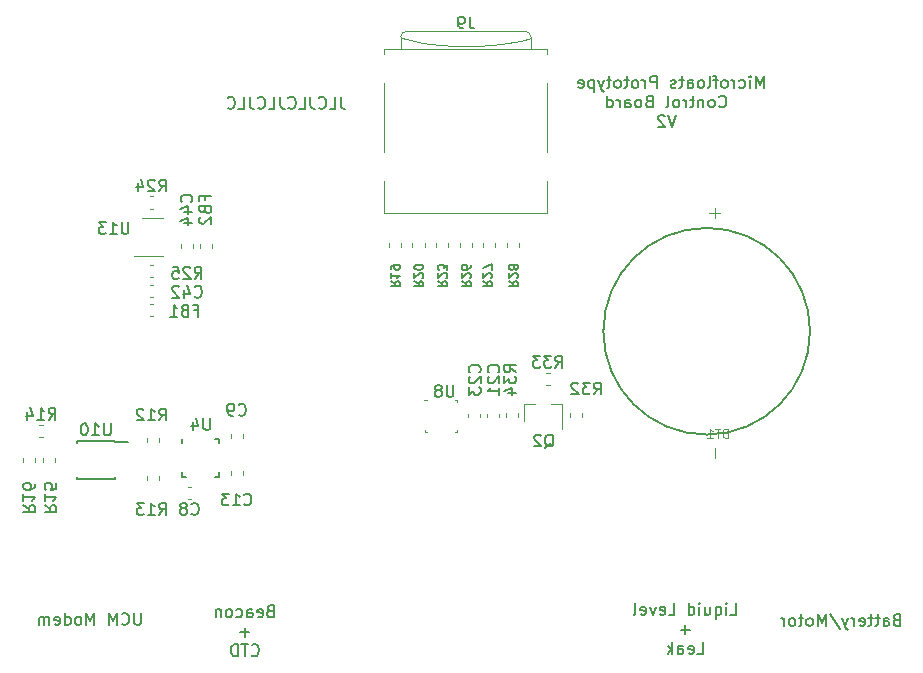
<source format=gbr>
%TF.GenerationSoftware,KiCad,Pcbnew,(5.1.10)-1*%
%TF.CreationDate,2021-07-09T14:19:08-04:00*%
%TF.ProjectId,ControlBoard,436f6e74-726f-46c4-926f-6172642e6b69,rev?*%
%TF.SameCoordinates,Original*%
%TF.FileFunction,Legend,Bot*%
%TF.FilePolarity,Positive*%
%FSLAX46Y46*%
G04 Gerber Fmt 4.6, Leading zero omitted, Abs format (unit mm)*
G04 Created by KiCad (PCBNEW (5.1.10)-1) date 2021-07-09 14:19:08*
%MOMM*%
%LPD*%
G01*
G04 APERTURE LIST*
%ADD10C,0.150000*%
%ADD11C,0.127000*%
%ADD12C,0.120000*%
%ADD13C,0.100000*%
%ADD14C,0.076000*%
%ADD15C,0.101600*%
G04 APERTURE END LIST*
D10*
X122509523Y-113952380D02*
X122509523Y-114761904D01*
X122461904Y-114857142D01*
X122414285Y-114904761D01*
X122319047Y-114952380D01*
X122128571Y-114952380D01*
X122033333Y-114904761D01*
X121985714Y-114857142D01*
X121938095Y-114761904D01*
X121938095Y-113952380D01*
X120890476Y-114857142D02*
X120938095Y-114904761D01*
X121080952Y-114952380D01*
X121176190Y-114952380D01*
X121319047Y-114904761D01*
X121414285Y-114809523D01*
X121461904Y-114714285D01*
X121509523Y-114523809D01*
X121509523Y-114380952D01*
X121461904Y-114190476D01*
X121414285Y-114095238D01*
X121319047Y-114000000D01*
X121176190Y-113952380D01*
X121080952Y-113952380D01*
X120938095Y-114000000D01*
X120890476Y-114047619D01*
X120461904Y-114952380D02*
X120461904Y-113952380D01*
X120128571Y-114666666D01*
X119795238Y-113952380D01*
X119795238Y-114952380D01*
X118557142Y-114952380D02*
X118557142Y-113952380D01*
X118223809Y-114666666D01*
X117890476Y-113952380D01*
X117890476Y-114952380D01*
X117271428Y-114952380D02*
X117366666Y-114904761D01*
X117414285Y-114857142D01*
X117461904Y-114761904D01*
X117461904Y-114476190D01*
X117414285Y-114380952D01*
X117366666Y-114333333D01*
X117271428Y-114285714D01*
X117128571Y-114285714D01*
X117033333Y-114333333D01*
X116985714Y-114380952D01*
X116938095Y-114476190D01*
X116938095Y-114761904D01*
X116985714Y-114857142D01*
X117033333Y-114904761D01*
X117128571Y-114952380D01*
X117271428Y-114952380D01*
X116080952Y-114952380D02*
X116080952Y-113952380D01*
X116080952Y-114904761D02*
X116176190Y-114952380D01*
X116366666Y-114952380D01*
X116461904Y-114904761D01*
X116509523Y-114857142D01*
X116557142Y-114761904D01*
X116557142Y-114476190D01*
X116509523Y-114380952D01*
X116461904Y-114333333D01*
X116366666Y-114285714D01*
X116176190Y-114285714D01*
X116080952Y-114333333D01*
X115223809Y-114904761D02*
X115319047Y-114952380D01*
X115509523Y-114952380D01*
X115604761Y-114904761D01*
X115652380Y-114809523D01*
X115652380Y-114428571D01*
X115604761Y-114333333D01*
X115509523Y-114285714D01*
X115319047Y-114285714D01*
X115223809Y-114333333D01*
X115176190Y-114428571D01*
X115176190Y-114523809D01*
X115652380Y-114619047D01*
X114747619Y-114952380D02*
X114747619Y-114285714D01*
X114747619Y-114380952D02*
X114700000Y-114333333D01*
X114604761Y-114285714D01*
X114461904Y-114285714D01*
X114366666Y-114333333D01*
X114319047Y-114428571D01*
X114319047Y-114952380D01*
X114319047Y-114428571D02*
X114271428Y-114333333D01*
X114176190Y-114285714D01*
X114033333Y-114285714D01*
X113938095Y-114333333D01*
X113890476Y-114428571D01*
X113890476Y-114952380D01*
X133442857Y-113778571D02*
X133300000Y-113826190D01*
X133252380Y-113873809D01*
X133204761Y-113969047D01*
X133204761Y-114111904D01*
X133252380Y-114207142D01*
X133300000Y-114254761D01*
X133395238Y-114302380D01*
X133776190Y-114302380D01*
X133776190Y-113302380D01*
X133442857Y-113302380D01*
X133347619Y-113350000D01*
X133300000Y-113397619D01*
X133252380Y-113492857D01*
X133252380Y-113588095D01*
X133300000Y-113683333D01*
X133347619Y-113730952D01*
X133442857Y-113778571D01*
X133776190Y-113778571D01*
X132395238Y-114254761D02*
X132490476Y-114302380D01*
X132680952Y-114302380D01*
X132776190Y-114254761D01*
X132823809Y-114159523D01*
X132823809Y-113778571D01*
X132776190Y-113683333D01*
X132680952Y-113635714D01*
X132490476Y-113635714D01*
X132395238Y-113683333D01*
X132347619Y-113778571D01*
X132347619Y-113873809D01*
X132823809Y-113969047D01*
X131490476Y-114302380D02*
X131490476Y-113778571D01*
X131538095Y-113683333D01*
X131633333Y-113635714D01*
X131823809Y-113635714D01*
X131919047Y-113683333D01*
X131490476Y-114254761D02*
X131585714Y-114302380D01*
X131823809Y-114302380D01*
X131919047Y-114254761D01*
X131966666Y-114159523D01*
X131966666Y-114064285D01*
X131919047Y-113969047D01*
X131823809Y-113921428D01*
X131585714Y-113921428D01*
X131490476Y-113873809D01*
X130585714Y-114254761D02*
X130680952Y-114302380D01*
X130871428Y-114302380D01*
X130966666Y-114254761D01*
X131014285Y-114207142D01*
X131061904Y-114111904D01*
X131061904Y-113826190D01*
X131014285Y-113730952D01*
X130966666Y-113683333D01*
X130871428Y-113635714D01*
X130680952Y-113635714D01*
X130585714Y-113683333D01*
X130014285Y-114302380D02*
X130109523Y-114254761D01*
X130157142Y-114207142D01*
X130204761Y-114111904D01*
X130204761Y-113826190D01*
X130157142Y-113730952D01*
X130109523Y-113683333D01*
X130014285Y-113635714D01*
X129871428Y-113635714D01*
X129776190Y-113683333D01*
X129728571Y-113730952D01*
X129680952Y-113826190D01*
X129680952Y-114111904D01*
X129728571Y-114207142D01*
X129776190Y-114254761D01*
X129871428Y-114302380D01*
X130014285Y-114302380D01*
X129252380Y-113635714D02*
X129252380Y-114302380D01*
X129252380Y-113730952D02*
X129204761Y-113683333D01*
X129109523Y-113635714D01*
X128966666Y-113635714D01*
X128871428Y-113683333D01*
X128823809Y-113778571D01*
X128823809Y-114302380D01*
X131680952Y-115571428D02*
X130919047Y-115571428D01*
X131300000Y-115952380D02*
X131300000Y-115190476D01*
X131871428Y-117507142D02*
X131919047Y-117554761D01*
X132061904Y-117602380D01*
X132157142Y-117602380D01*
X132300000Y-117554761D01*
X132395238Y-117459523D01*
X132442857Y-117364285D01*
X132490476Y-117173809D01*
X132490476Y-117030952D01*
X132442857Y-116840476D01*
X132395238Y-116745238D01*
X132300000Y-116650000D01*
X132157142Y-116602380D01*
X132061904Y-116602380D01*
X131919047Y-116650000D01*
X131871428Y-116697619D01*
X131585714Y-116602380D02*
X131014285Y-116602380D01*
X131300000Y-117602380D02*
X131300000Y-116602380D01*
X130680952Y-117602380D02*
X130680952Y-116602380D01*
X130442857Y-116602380D01*
X130300000Y-116650000D01*
X130204761Y-116745238D01*
X130157142Y-116840476D01*
X130109523Y-117030952D01*
X130109523Y-117173809D01*
X130157142Y-117364285D01*
X130204761Y-117459523D01*
X130300000Y-117554761D01*
X130442857Y-117602380D01*
X130680952Y-117602380D01*
X172409523Y-114102380D02*
X172885714Y-114102380D01*
X172885714Y-113102380D01*
X172076190Y-114102380D02*
X172076190Y-113435714D01*
X172076190Y-113102380D02*
X172123809Y-113150000D01*
X172076190Y-113197619D01*
X172028571Y-113150000D01*
X172076190Y-113102380D01*
X172076190Y-113197619D01*
X171171428Y-113435714D02*
X171171428Y-114435714D01*
X171171428Y-114054761D02*
X171266666Y-114102380D01*
X171457142Y-114102380D01*
X171552380Y-114054761D01*
X171600000Y-114007142D01*
X171647619Y-113911904D01*
X171647619Y-113626190D01*
X171600000Y-113530952D01*
X171552380Y-113483333D01*
X171457142Y-113435714D01*
X171266666Y-113435714D01*
X171171428Y-113483333D01*
X170266666Y-113435714D02*
X170266666Y-114102380D01*
X170695238Y-113435714D02*
X170695238Y-113959523D01*
X170647619Y-114054761D01*
X170552380Y-114102380D01*
X170409523Y-114102380D01*
X170314285Y-114054761D01*
X170266666Y-114007142D01*
X169790476Y-114102380D02*
X169790476Y-113435714D01*
X169790476Y-113102380D02*
X169838095Y-113150000D01*
X169790476Y-113197619D01*
X169742857Y-113150000D01*
X169790476Y-113102380D01*
X169790476Y-113197619D01*
X168885714Y-114102380D02*
X168885714Y-113102380D01*
X168885714Y-114054761D02*
X168980952Y-114102380D01*
X169171428Y-114102380D01*
X169266666Y-114054761D01*
X169314285Y-114007142D01*
X169361904Y-113911904D01*
X169361904Y-113626190D01*
X169314285Y-113530952D01*
X169266666Y-113483333D01*
X169171428Y-113435714D01*
X168980952Y-113435714D01*
X168885714Y-113483333D01*
X167171428Y-114102380D02*
X167647619Y-114102380D01*
X167647619Y-113102380D01*
X166457142Y-114054761D02*
X166552380Y-114102380D01*
X166742857Y-114102380D01*
X166838095Y-114054761D01*
X166885714Y-113959523D01*
X166885714Y-113578571D01*
X166838095Y-113483333D01*
X166742857Y-113435714D01*
X166552380Y-113435714D01*
X166457142Y-113483333D01*
X166409523Y-113578571D01*
X166409523Y-113673809D01*
X166885714Y-113769047D01*
X166076190Y-113435714D02*
X165838095Y-114102380D01*
X165600000Y-113435714D01*
X164838095Y-114054761D02*
X164933333Y-114102380D01*
X165123809Y-114102380D01*
X165219047Y-114054761D01*
X165266666Y-113959523D01*
X165266666Y-113578571D01*
X165219047Y-113483333D01*
X165123809Y-113435714D01*
X164933333Y-113435714D01*
X164838095Y-113483333D01*
X164790476Y-113578571D01*
X164790476Y-113673809D01*
X165266666Y-113769047D01*
X164219047Y-114102380D02*
X164314285Y-114054761D01*
X164361904Y-113959523D01*
X164361904Y-113102380D01*
X168980952Y-115371428D02*
X168219047Y-115371428D01*
X168600000Y-115752380D02*
X168600000Y-114990476D01*
X169576190Y-117402380D02*
X170052380Y-117402380D01*
X170052380Y-116402380D01*
X168861904Y-117354761D02*
X168957142Y-117402380D01*
X169147619Y-117402380D01*
X169242857Y-117354761D01*
X169290476Y-117259523D01*
X169290476Y-116878571D01*
X169242857Y-116783333D01*
X169147619Y-116735714D01*
X168957142Y-116735714D01*
X168861904Y-116783333D01*
X168814285Y-116878571D01*
X168814285Y-116973809D01*
X169290476Y-117069047D01*
X167957142Y-117402380D02*
X167957142Y-116878571D01*
X168004761Y-116783333D01*
X168100000Y-116735714D01*
X168290476Y-116735714D01*
X168385714Y-116783333D01*
X167957142Y-117354761D02*
X168052380Y-117402380D01*
X168290476Y-117402380D01*
X168385714Y-117354761D01*
X168433333Y-117259523D01*
X168433333Y-117164285D01*
X168385714Y-117069047D01*
X168290476Y-117021428D01*
X168052380Y-117021428D01*
X167957142Y-116973809D01*
X167480952Y-117402380D02*
X167480952Y-116402380D01*
X167385714Y-117021428D02*
X167100000Y-117402380D01*
X167100000Y-116735714D02*
X167480952Y-117116666D01*
X186466666Y-114528571D02*
X186323809Y-114576190D01*
X186276190Y-114623809D01*
X186228571Y-114719047D01*
X186228571Y-114861904D01*
X186276190Y-114957142D01*
X186323809Y-115004761D01*
X186419047Y-115052380D01*
X186800000Y-115052380D01*
X186800000Y-114052380D01*
X186466666Y-114052380D01*
X186371428Y-114100000D01*
X186323809Y-114147619D01*
X186276190Y-114242857D01*
X186276190Y-114338095D01*
X186323809Y-114433333D01*
X186371428Y-114480952D01*
X186466666Y-114528571D01*
X186800000Y-114528571D01*
X185371428Y-115052380D02*
X185371428Y-114528571D01*
X185419047Y-114433333D01*
X185514285Y-114385714D01*
X185704761Y-114385714D01*
X185800000Y-114433333D01*
X185371428Y-115004761D02*
X185466666Y-115052380D01*
X185704761Y-115052380D01*
X185800000Y-115004761D01*
X185847619Y-114909523D01*
X185847619Y-114814285D01*
X185800000Y-114719047D01*
X185704761Y-114671428D01*
X185466666Y-114671428D01*
X185371428Y-114623809D01*
X185038095Y-114385714D02*
X184657142Y-114385714D01*
X184895238Y-114052380D02*
X184895238Y-114909523D01*
X184847619Y-115004761D01*
X184752380Y-115052380D01*
X184657142Y-115052380D01*
X184466666Y-114385714D02*
X184085714Y-114385714D01*
X184323809Y-114052380D02*
X184323809Y-114909523D01*
X184276190Y-115004761D01*
X184180952Y-115052380D01*
X184085714Y-115052380D01*
X183371428Y-115004761D02*
X183466666Y-115052380D01*
X183657142Y-115052380D01*
X183752380Y-115004761D01*
X183800000Y-114909523D01*
X183800000Y-114528571D01*
X183752380Y-114433333D01*
X183657142Y-114385714D01*
X183466666Y-114385714D01*
X183371428Y-114433333D01*
X183323809Y-114528571D01*
X183323809Y-114623809D01*
X183800000Y-114719047D01*
X182895238Y-115052380D02*
X182895238Y-114385714D01*
X182895238Y-114576190D02*
X182847619Y-114480952D01*
X182800000Y-114433333D01*
X182704761Y-114385714D01*
X182609523Y-114385714D01*
X182371428Y-114385714D02*
X182133333Y-115052380D01*
X181895238Y-114385714D02*
X182133333Y-115052380D01*
X182228571Y-115290476D01*
X182276190Y-115338095D01*
X182371428Y-115385714D01*
X180800000Y-114004761D02*
X181657142Y-115290476D01*
X180466666Y-115052380D02*
X180466666Y-114052380D01*
X180133333Y-114766666D01*
X179800000Y-114052380D01*
X179800000Y-115052380D01*
X179180952Y-115052380D02*
X179276190Y-115004761D01*
X179323809Y-114957142D01*
X179371428Y-114861904D01*
X179371428Y-114576190D01*
X179323809Y-114480952D01*
X179276190Y-114433333D01*
X179180952Y-114385714D01*
X179038095Y-114385714D01*
X178942857Y-114433333D01*
X178895238Y-114480952D01*
X178847619Y-114576190D01*
X178847619Y-114861904D01*
X178895238Y-114957142D01*
X178942857Y-115004761D01*
X179038095Y-115052380D01*
X179180952Y-115052380D01*
X178561904Y-114385714D02*
X178180952Y-114385714D01*
X178419047Y-114052380D02*
X178419047Y-114909523D01*
X178371428Y-115004761D01*
X178276190Y-115052380D01*
X178180952Y-115052380D01*
X177704761Y-115052380D02*
X177800000Y-115004761D01*
X177847619Y-114957142D01*
X177895238Y-114861904D01*
X177895238Y-114576190D01*
X177847619Y-114480952D01*
X177800000Y-114433333D01*
X177704761Y-114385714D01*
X177561904Y-114385714D01*
X177466666Y-114433333D01*
X177419047Y-114480952D01*
X177371428Y-114576190D01*
X177371428Y-114861904D01*
X177419047Y-114957142D01*
X177466666Y-115004761D01*
X177561904Y-115052380D01*
X177704761Y-115052380D01*
X176942857Y-115052380D02*
X176942857Y-114385714D01*
X176942857Y-114576190D02*
X176895238Y-114480952D01*
X176847619Y-114433333D01*
X176752380Y-114385714D01*
X176657142Y-114385714D01*
X139419047Y-70252380D02*
X139419047Y-70966666D01*
X139466666Y-71109523D01*
X139561904Y-71204761D01*
X139704761Y-71252380D01*
X139800000Y-71252380D01*
X138466666Y-71252380D02*
X138942857Y-71252380D01*
X138942857Y-70252380D01*
X137561904Y-71157142D02*
X137609523Y-71204761D01*
X137752380Y-71252380D01*
X137847619Y-71252380D01*
X137990476Y-71204761D01*
X138085714Y-71109523D01*
X138133333Y-71014285D01*
X138180952Y-70823809D01*
X138180952Y-70680952D01*
X138133333Y-70490476D01*
X138085714Y-70395238D01*
X137990476Y-70300000D01*
X137847619Y-70252380D01*
X137752380Y-70252380D01*
X137609523Y-70300000D01*
X137561904Y-70347619D01*
X136847619Y-70252380D02*
X136847619Y-70966666D01*
X136895238Y-71109523D01*
X136990476Y-71204761D01*
X137133333Y-71252380D01*
X137228571Y-71252380D01*
X135895238Y-71252380D02*
X136371428Y-71252380D01*
X136371428Y-70252380D01*
X134990476Y-71157142D02*
X135038095Y-71204761D01*
X135180952Y-71252380D01*
X135276190Y-71252380D01*
X135419047Y-71204761D01*
X135514285Y-71109523D01*
X135561904Y-71014285D01*
X135609523Y-70823809D01*
X135609523Y-70680952D01*
X135561904Y-70490476D01*
X135514285Y-70395238D01*
X135419047Y-70300000D01*
X135276190Y-70252380D01*
X135180952Y-70252380D01*
X135038095Y-70300000D01*
X134990476Y-70347619D01*
X134276190Y-70252380D02*
X134276190Y-70966666D01*
X134323809Y-71109523D01*
X134419047Y-71204761D01*
X134561904Y-71252380D01*
X134657142Y-71252380D01*
X133323809Y-71252380D02*
X133800000Y-71252380D01*
X133800000Y-70252380D01*
X132419047Y-71157142D02*
X132466666Y-71204761D01*
X132609523Y-71252380D01*
X132704761Y-71252380D01*
X132847619Y-71204761D01*
X132942857Y-71109523D01*
X132990476Y-71014285D01*
X133038095Y-70823809D01*
X133038095Y-70680952D01*
X132990476Y-70490476D01*
X132942857Y-70395238D01*
X132847619Y-70300000D01*
X132704761Y-70252380D01*
X132609523Y-70252380D01*
X132466666Y-70300000D01*
X132419047Y-70347619D01*
X131704761Y-70252380D02*
X131704761Y-70966666D01*
X131752380Y-71109523D01*
X131847619Y-71204761D01*
X131990476Y-71252380D01*
X132085714Y-71252380D01*
X130752380Y-71252380D02*
X131228571Y-71252380D01*
X131228571Y-70252380D01*
X129847619Y-71157142D02*
X129895238Y-71204761D01*
X130038095Y-71252380D01*
X130133333Y-71252380D01*
X130276190Y-71204761D01*
X130371428Y-71109523D01*
X130419047Y-71014285D01*
X130466666Y-70823809D01*
X130466666Y-70680952D01*
X130419047Y-70490476D01*
X130371428Y-70395238D01*
X130276190Y-70300000D01*
X130133333Y-70252380D01*
X130038095Y-70252380D01*
X129895238Y-70300000D01*
X129847619Y-70347619D01*
X175214285Y-69502380D02*
X175214285Y-68502380D01*
X174880952Y-69216666D01*
X174547619Y-68502380D01*
X174547619Y-69502380D01*
X174071428Y-69502380D02*
X174071428Y-68835714D01*
X174071428Y-68502380D02*
X174119047Y-68550000D01*
X174071428Y-68597619D01*
X174023809Y-68550000D01*
X174071428Y-68502380D01*
X174071428Y-68597619D01*
X173166666Y-69454761D02*
X173261904Y-69502380D01*
X173452380Y-69502380D01*
X173547619Y-69454761D01*
X173595238Y-69407142D01*
X173642857Y-69311904D01*
X173642857Y-69026190D01*
X173595238Y-68930952D01*
X173547619Y-68883333D01*
X173452380Y-68835714D01*
X173261904Y-68835714D01*
X173166666Y-68883333D01*
X172738095Y-69502380D02*
X172738095Y-68835714D01*
X172738095Y-69026190D02*
X172690476Y-68930952D01*
X172642857Y-68883333D01*
X172547619Y-68835714D01*
X172452380Y-68835714D01*
X171976190Y-69502380D02*
X172071428Y-69454761D01*
X172119047Y-69407142D01*
X172166666Y-69311904D01*
X172166666Y-69026190D01*
X172119047Y-68930952D01*
X172071428Y-68883333D01*
X171976190Y-68835714D01*
X171833333Y-68835714D01*
X171738095Y-68883333D01*
X171690476Y-68930952D01*
X171642857Y-69026190D01*
X171642857Y-69311904D01*
X171690476Y-69407142D01*
X171738095Y-69454761D01*
X171833333Y-69502380D01*
X171976190Y-69502380D01*
X171357142Y-68835714D02*
X170976190Y-68835714D01*
X171214285Y-69502380D02*
X171214285Y-68645238D01*
X171166666Y-68550000D01*
X171071428Y-68502380D01*
X170976190Y-68502380D01*
X170500000Y-69502380D02*
X170595238Y-69454761D01*
X170642857Y-69359523D01*
X170642857Y-68502380D01*
X169976190Y-69502380D02*
X170071428Y-69454761D01*
X170119047Y-69407142D01*
X170166666Y-69311904D01*
X170166666Y-69026190D01*
X170119047Y-68930952D01*
X170071428Y-68883333D01*
X169976190Y-68835714D01*
X169833333Y-68835714D01*
X169738095Y-68883333D01*
X169690476Y-68930952D01*
X169642857Y-69026190D01*
X169642857Y-69311904D01*
X169690476Y-69407142D01*
X169738095Y-69454761D01*
X169833333Y-69502380D01*
X169976190Y-69502380D01*
X168785714Y-69502380D02*
X168785714Y-68978571D01*
X168833333Y-68883333D01*
X168928571Y-68835714D01*
X169119047Y-68835714D01*
X169214285Y-68883333D01*
X168785714Y-69454761D02*
X168880952Y-69502380D01*
X169119047Y-69502380D01*
X169214285Y-69454761D01*
X169261904Y-69359523D01*
X169261904Y-69264285D01*
X169214285Y-69169047D01*
X169119047Y-69121428D01*
X168880952Y-69121428D01*
X168785714Y-69073809D01*
X168452380Y-68835714D02*
X168071428Y-68835714D01*
X168309523Y-68502380D02*
X168309523Y-69359523D01*
X168261904Y-69454761D01*
X168166666Y-69502380D01*
X168071428Y-69502380D01*
X167785714Y-69454761D02*
X167690476Y-69502380D01*
X167500000Y-69502380D01*
X167404761Y-69454761D01*
X167357142Y-69359523D01*
X167357142Y-69311904D01*
X167404761Y-69216666D01*
X167500000Y-69169047D01*
X167642857Y-69169047D01*
X167738095Y-69121428D01*
X167785714Y-69026190D01*
X167785714Y-68978571D01*
X167738095Y-68883333D01*
X167642857Y-68835714D01*
X167500000Y-68835714D01*
X167404761Y-68883333D01*
X166166666Y-69502380D02*
X166166666Y-68502380D01*
X165785714Y-68502380D01*
X165690476Y-68550000D01*
X165642857Y-68597619D01*
X165595238Y-68692857D01*
X165595238Y-68835714D01*
X165642857Y-68930952D01*
X165690476Y-68978571D01*
X165785714Y-69026190D01*
X166166666Y-69026190D01*
X165166666Y-69502380D02*
X165166666Y-68835714D01*
X165166666Y-69026190D02*
X165119047Y-68930952D01*
X165071428Y-68883333D01*
X164976190Y-68835714D01*
X164880952Y-68835714D01*
X164404761Y-69502380D02*
X164500000Y-69454761D01*
X164547619Y-69407142D01*
X164595238Y-69311904D01*
X164595238Y-69026190D01*
X164547619Y-68930952D01*
X164500000Y-68883333D01*
X164404761Y-68835714D01*
X164261904Y-68835714D01*
X164166666Y-68883333D01*
X164119047Y-68930952D01*
X164071428Y-69026190D01*
X164071428Y-69311904D01*
X164119047Y-69407142D01*
X164166666Y-69454761D01*
X164261904Y-69502380D01*
X164404761Y-69502380D01*
X163785714Y-68835714D02*
X163404761Y-68835714D01*
X163642857Y-68502380D02*
X163642857Y-69359523D01*
X163595238Y-69454761D01*
X163500000Y-69502380D01*
X163404761Y-69502380D01*
X162928571Y-69502380D02*
X163023809Y-69454761D01*
X163071428Y-69407142D01*
X163119047Y-69311904D01*
X163119047Y-69026190D01*
X163071428Y-68930952D01*
X163023809Y-68883333D01*
X162928571Y-68835714D01*
X162785714Y-68835714D01*
X162690476Y-68883333D01*
X162642857Y-68930952D01*
X162595238Y-69026190D01*
X162595238Y-69311904D01*
X162642857Y-69407142D01*
X162690476Y-69454761D01*
X162785714Y-69502380D01*
X162928571Y-69502380D01*
X162309523Y-68835714D02*
X161928571Y-68835714D01*
X162166666Y-68502380D02*
X162166666Y-69359523D01*
X162119047Y-69454761D01*
X162023809Y-69502380D01*
X161928571Y-69502380D01*
X161690476Y-68835714D02*
X161452380Y-69502380D01*
X161214285Y-68835714D02*
X161452380Y-69502380D01*
X161547619Y-69740476D01*
X161595238Y-69788095D01*
X161690476Y-69835714D01*
X160833333Y-68835714D02*
X160833333Y-69835714D01*
X160833333Y-68883333D02*
X160738095Y-68835714D01*
X160547619Y-68835714D01*
X160452380Y-68883333D01*
X160404761Y-68930952D01*
X160357142Y-69026190D01*
X160357142Y-69311904D01*
X160404761Y-69407142D01*
X160452380Y-69454761D01*
X160547619Y-69502380D01*
X160738095Y-69502380D01*
X160833333Y-69454761D01*
X159547619Y-69454761D02*
X159642857Y-69502380D01*
X159833333Y-69502380D01*
X159928571Y-69454761D01*
X159976190Y-69359523D01*
X159976190Y-68978571D01*
X159928571Y-68883333D01*
X159833333Y-68835714D01*
X159642857Y-68835714D01*
X159547619Y-68883333D01*
X159500000Y-68978571D01*
X159500000Y-69073809D01*
X159976190Y-69169047D01*
X171452380Y-71057142D02*
X171500000Y-71104761D01*
X171642857Y-71152380D01*
X171738095Y-71152380D01*
X171880952Y-71104761D01*
X171976190Y-71009523D01*
X172023809Y-70914285D01*
X172071428Y-70723809D01*
X172071428Y-70580952D01*
X172023809Y-70390476D01*
X171976190Y-70295238D01*
X171880952Y-70200000D01*
X171738095Y-70152380D01*
X171642857Y-70152380D01*
X171500000Y-70200000D01*
X171452380Y-70247619D01*
X170880952Y-71152380D02*
X170976190Y-71104761D01*
X171023809Y-71057142D01*
X171071428Y-70961904D01*
X171071428Y-70676190D01*
X171023809Y-70580952D01*
X170976190Y-70533333D01*
X170880952Y-70485714D01*
X170738095Y-70485714D01*
X170642857Y-70533333D01*
X170595238Y-70580952D01*
X170547619Y-70676190D01*
X170547619Y-70961904D01*
X170595238Y-71057142D01*
X170642857Y-71104761D01*
X170738095Y-71152380D01*
X170880952Y-71152380D01*
X170119047Y-70485714D02*
X170119047Y-71152380D01*
X170119047Y-70580952D02*
X170071428Y-70533333D01*
X169976190Y-70485714D01*
X169833333Y-70485714D01*
X169738095Y-70533333D01*
X169690476Y-70628571D01*
X169690476Y-71152380D01*
X169357142Y-70485714D02*
X168976190Y-70485714D01*
X169214285Y-70152380D02*
X169214285Y-71009523D01*
X169166666Y-71104761D01*
X169071428Y-71152380D01*
X168976190Y-71152380D01*
X168642857Y-71152380D02*
X168642857Y-70485714D01*
X168642857Y-70676190D02*
X168595238Y-70580952D01*
X168547619Y-70533333D01*
X168452380Y-70485714D01*
X168357142Y-70485714D01*
X167880952Y-71152380D02*
X167976190Y-71104761D01*
X168023809Y-71057142D01*
X168071428Y-70961904D01*
X168071428Y-70676190D01*
X168023809Y-70580952D01*
X167976190Y-70533333D01*
X167880952Y-70485714D01*
X167738095Y-70485714D01*
X167642857Y-70533333D01*
X167595238Y-70580952D01*
X167547619Y-70676190D01*
X167547619Y-70961904D01*
X167595238Y-71057142D01*
X167642857Y-71104761D01*
X167738095Y-71152380D01*
X167880952Y-71152380D01*
X166976190Y-71152380D02*
X167071428Y-71104761D01*
X167119047Y-71009523D01*
X167119047Y-70152380D01*
X165500000Y-70628571D02*
X165357142Y-70676190D01*
X165309523Y-70723809D01*
X165261904Y-70819047D01*
X165261904Y-70961904D01*
X165309523Y-71057142D01*
X165357142Y-71104761D01*
X165452380Y-71152380D01*
X165833333Y-71152380D01*
X165833333Y-70152380D01*
X165500000Y-70152380D01*
X165404761Y-70200000D01*
X165357142Y-70247619D01*
X165309523Y-70342857D01*
X165309523Y-70438095D01*
X165357142Y-70533333D01*
X165404761Y-70580952D01*
X165500000Y-70628571D01*
X165833333Y-70628571D01*
X164690476Y-71152380D02*
X164785714Y-71104761D01*
X164833333Y-71057142D01*
X164880952Y-70961904D01*
X164880952Y-70676190D01*
X164833333Y-70580952D01*
X164785714Y-70533333D01*
X164690476Y-70485714D01*
X164547619Y-70485714D01*
X164452380Y-70533333D01*
X164404761Y-70580952D01*
X164357142Y-70676190D01*
X164357142Y-70961904D01*
X164404761Y-71057142D01*
X164452380Y-71104761D01*
X164547619Y-71152380D01*
X164690476Y-71152380D01*
X163500000Y-71152380D02*
X163500000Y-70628571D01*
X163547619Y-70533333D01*
X163642857Y-70485714D01*
X163833333Y-70485714D01*
X163928571Y-70533333D01*
X163500000Y-71104761D02*
X163595238Y-71152380D01*
X163833333Y-71152380D01*
X163928571Y-71104761D01*
X163976190Y-71009523D01*
X163976190Y-70914285D01*
X163928571Y-70819047D01*
X163833333Y-70771428D01*
X163595238Y-70771428D01*
X163500000Y-70723809D01*
X163023809Y-71152380D02*
X163023809Y-70485714D01*
X163023809Y-70676190D02*
X162976190Y-70580952D01*
X162928571Y-70533333D01*
X162833333Y-70485714D01*
X162738095Y-70485714D01*
X161976190Y-71152380D02*
X161976190Y-70152380D01*
X161976190Y-71104761D02*
X162071428Y-71152380D01*
X162261904Y-71152380D01*
X162357142Y-71104761D01*
X162404761Y-71057142D01*
X162452380Y-70961904D01*
X162452380Y-70676190D01*
X162404761Y-70580952D01*
X162357142Y-70533333D01*
X162261904Y-70485714D01*
X162071428Y-70485714D01*
X161976190Y-70533333D01*
X167809523Y-71802380D02*
X167476190Y-72802380D01*
X167142857Y-71802380D01*
X166857142Y-71897619D02*
X166809523Y-71850000D01*
X166714285Y-71802380D01*
X166476190Y-71802380D01*
X166380952Y-71850000D01*
X166333333Y-71897619D01*
X166285714Y-71992857D01*
X166285714Y-72088095D01*
X166333333Y-72230952D01*
X166904761Y-72802380D01*
X166285714Y-72802380D01*
D11*
%TO.C,BT1*%
X179150000Y-90100000D02*
G75*
G03*
X179150000Y-90100000I-8750000J0D01*
G01*
D12*
%TO.C,C8*%
X126775279Y-103290000D02*
X126449721Y-103290000D01*
X126775279Y-104310000D02*
X126449721Y-104310000D01*
%TO.C,C9*%
X130090000Y-99125279D02*
X130090000Y-98799721D01*
X131110000Y-99125279D02*
X131110000Y-98799721D01*
%TO.C,C13*%
X131110000Y-101949721D02*
X131110000Y-102275279D01*
X130090000Y-101949721D02*
X130090000Y-102275279D01*
%TO.C,C21*%
X152810000Y-97074721D02*
X152810000Y-97400279D01*
X151790000Y-97074721D02*
X151790000Y-97400279D01*
%TO.C,C23*%
X151210000Y-97074721D02*
X151210000Y-97400279D01*
X150190000Y-97074721D02*
X150190000Y-97400279D01*
%TO.C,C42*%
X123562779Y-87210000D02*
X123237221Y-87210000D01*
X123562779Y-86190000D02*
X123237221Y-86190000D01*
%TO.C,C44*%
X125890000Y-82737221D02*
X125890000Y-83062779D01*
X126910000Y-82737221D02*
X126910000Y-83062779D01*
%TO.C,FB1*%
X123562779Y-88810000D02*
X123237221Y-88810000D01*
X123562779Y-87790000D02*
X123237221Y-87790000D01*
%TO.C,FB2*%
X128510000Y-83062779D02*
X128510000Y-82737221D01*
X127490000Y-83062779D02*
X127490000Y-82737221D01*
%TO.C,J9*%
X145000000Y-65390000D02*
X144500000Y-65290000D01*
X146300000Y-65690000D02*
X145000000Y-65390000D01*
X147800000Y-65890000D02*
X146300000Y-65690000D01*
X149100000Y-65990000D02*
X147800000Y-65890000D01*
X150900000Y-65990000D02*
X149100000Y-65990000D01*
X152200000Y-65890000D02*
X150900000Y-65990000D01*
X153000000Y-65790000D02*
X152200000Y-65890000D01*
X154700000Y-65490000D02*
X153000000Y-65790000D01*
X155500000Y-65290000D02*
X154700000Y-65490000D01*
X155000000Y-64690000D02*
X145000000Y-64690000D01*
X155500000Y-66190000D02*
X155500000Y-65190000D01*
X144500000Y-66190000D02*
X144500000Y-65190000D01*
X156910000Y-66190000D02*
X143090000Y-66190000D01*
X143090000Y-80110000D02*
X156910000Y-80110000D01*
X143090000Y-77410000D02*
X143090000Y-80110000D01*
X143090000Y-66190000D02*
X143090000Y-66590000D01*
X143090000Y-69110000D02*
X143090000Y-74890000D01*
X156910000Y-77410000D02*
X156910000Y-80110000D01*
X156910000Y-69110000D02*
X156910000Y-74890000D01*
X156910000Y-66190000D02*
X156910000Y-66590000D01*
X144500000Y-65190000D02*
G75*
G02*
X145000000Y-64690000I500000J0D01*
G01*
X155000000Y-64690000D02*
G75*
G02*
X155500000Y-65190000I0J-500000D01*
G01*
%TO.C,Q2*%
X154970000Y-96240000D02*
X154970000Y-97700000D01*
X158130000Y-96240000D02*
X158130000Y-98400000D01*
X158130000Y-96240000D02*
X157200000Y-96240000D01*
X154970000Y-96240000D02*
X155900000Y-96240000D01*
%TO.C,R12*%
X124010000Y-99475279D02*
X124010000Y-99149721D01*
X122990000Y-99475279D02*
X122990000Y-99149721D01*
%TO.C,R13*%
X122990000Y-102374721D02*
X122990000Y-102700279D01*
X124010000Y-102374721D02*
X124010000Y-102700279D01*
%TO.C,R14*%
X114200279Y-98040000D02*
X113874721Y-98040000D01*
X114200279Y-99060000D02*
X113874721Y-99060000D01*
%TO.C,R15*%
X114240000Y-100849721D02*
X114240000Y-101175279D01*
X115260000Y-100849721D02*
X115260000Y-101175279D01*
%TO.C,R16*%
X113510000Y-100849721D02*
X113510000Y-101175279D01*
X112490000Y-100849721D02*
X112490000Y-101175279D01*
%TO.C,R19*%
X144510000Y-82950279D02*
X144510000Y-82624721D01*
X143490000Y-82950279D02*
X143490000Y-82624721D01*
%TO.C,R20*%
X146510000Y-82950279D02*
X146510000Y-82624721D01*
X145490000Y-82950279D02*
X145490000Y-82624721D01*
%TO.C,R23*%
X147490000Y-82950279D02*
X147490000Y-82624721D01*
X148510000Y-82950279D02*
X148510000Y-82624721D01*
%TO.C,R24*%
X123237221Y-78690000D02*
X123562779Y-78690000D01*
X123237221Y-79710000D02*
X123562779Y-79710000D01*
%TO.C,R25*%
X123562779Y-84490000D02*
X123237221Y-84490000D01*
X123562779Y-85510000D02*
X123237221Y-85510000D01*
%TO.C,R26*%
X150510000Y-82950279D02*
X150510000Y-82624721D01*
X149490000Y-82950279D02*
X149490000Y-82624721D01*
%TO.C,R27*%
X152510000Y-82950279D02*
X152510000Y-82624721D01*
X151490000Y-82950279D02*
X151490000Y-82624721D01*
%TO.C,R28*%
X153490000Y-82950279D02*
X153490000Y-82624721D01*
X154510000Y-82950279D02*
X154510000Y-82624721D01*
%TO.C,R32*%
X159860000Y-97037221D02*
X159860000Y-97362779D01*
X158840000Y-97037221D02*
X158840000Y-97362779D01*
%TO.C,R33*%
X157112779Y-93640000D02*
X156787221Y-93640000D01*
X157112779Y-94660000D02*
X156787221Y-94660000D01*
%TO.C,R34*%
X154460000Y-97049721D02*
X154460000Y-97375279D01*
X153440000Y-97049721D02*
X153440000Y-97375279D01*
D10*
%TO.C,U4*%
X129150000Y-99200000D02*
X128750000Y-99200000D01*
X129150000Y-99200000D02*
X129150000Y-99600000D01*
X129150000Y-102400000D02*
X128750000Y-102400000D01*
X129150000Y-102400000D02*
X129150000Y-102000000D01*
X125950000Y-102400000D02*
X126350000Y-102400000D01*
X125950000Y-102400000D02*
X125950000Y-102000000D01*
X125950000Y-99200000D02*
X125950000Y-99600000D01*
D13*
%TO.C,U8*%
X149260000Y-95900000D02*
X149260000Y-96050000D01*
X149250000Y-95900000D02*
X149100000Y-95900000D01*
X149250000Y-98600000D02*
X149100000Y-98600000D01*
X149250000Y-98600000D02*
X149250000Y-98450000D01*
X146550000Y-98450000D02*
X146550000Y-98600000D01*
X146550000Y-98600000D02*
X146700000Y-98600000D01*
X146700000Y-95900000D02*
X146450000Y-95900000D01*
D10*
%TO.C,U10*%
X120325000Y-99500000D02*
X121400000Y-99500000D01*
X120325000Y-102625000D02*
X117075000Y-102625000D01*
X120325000Y-99375000D02*
X117075000Y-99375000D01*
X120325000Y-102625000D02*
X120325000Y-102400000D01*
X117075000Y-102625000D02*
X117075000Y-102400000D01*
X117075000Y-99375000D02*
X117075000Y-99600000D01*
X120325000Y-99375000D02*
X120325000Y-99500000D01*
D12*
%TO.C,U13*%
X122600000Y-80490000D02*
X124400000Y-80490000D01*
X124400000Y-83710000D02*
X121950000Y-83710000D01*
%TO.C,BT1*%
D14*
X171952142Y-98705714D02*
X171843571Y-98741904D01*
X171807380Y-98778095D01*
X171771190Y-98850476D01*
X171771190Y-98959047D01*
X171807380Y-99031428D01*
X171843571Y-99067619D01*
X171915952Y-99103809D01*
X172205476Y-99103809D01*
X172205476Y-98343809D01*
X171952142Y-98343809D01*
X171879761Y-98380000D01*
X171843571Y-98416190D01*
X171807380Y-98488571D01*
X171807380Y-98560952D01*
X171843571Y-98633333D01*
X171879761Y-98669523D01*
X171952142Y-98705714D01*
X172205476Y-98705714D01*
X171554047Y-98343809D02*
X171119761Y-98343809D01*
X171336904Y-99103809D02*
X171336904Y-98343809D01*
X170468333Y-99103809D02*
X170902619Y-99103809D01*
X170685476Y-99103809D02*
X170685476Y-98343809D01*
X170757857Y-98452380D01*
X170830238Y-98524761D01*
X170902619Y-98560952D01*
D15*
X171089428Y-99948301D02*
X171089428Y-100867540D01*
X171089428Y-79628301D02*
X171089428Y-80547540D01*
X171549047Y-80087920D02*
X170629809Y-80087920D01*
%TO.C,C8*%
D10*
X126779166Y-105557142D02*
X126826785Y-105604761D01*
X126969642Y-105652380D01*
X127064880Y-105652380D01*
X127207738Y-105604761D01*
X127302976Y-105509523D01*
X127350595Y-105414285D01*
X127398214Y-105223809D01*
X127398214Y-105080952D01*
X127350595Y-104890476D01*
X127302976Y-104795238D01*
X127207738Y-104700000D01*
X127064880Y-104652380D01*
X126969642Y-104652380D01*
X126826785Y-104700000D01*
X126779166Y-104747619D01*
X126207738Y-105080952D02*
X126302976Y-105033333D01*
X126350595Y-104985714D01*
X126398214Y-104890476D01*
X126398214Y-104842857D01*
X126350595Y-104747619D01*
X126302976Y-104700000D01*
X126207738Y-104652380D01*
X126017261Y-104652380D01*
X125922023Y-104700000D01*
X125874404Y-104747619D01*
X125826785Y-104842857D01*
X125826785Y-104890476D01*
X125874404Y-104985714D01*
X125922023Y-105033333D01*
X126017261Y-105080952D01*
X126207738Y-105080952D01*
X126302976Y-105128571D01*
X126350595Y-105176190D01*
X126398214Y-105271428D01*
X126398214Y-105461904D01*
X126350595Y-105557142D01*
X126302976Y-105604761D01*
X126207738Y-105652380D01*
X126017261Y-105652380D01*
X125922023Y-105604761D01*
X125874404Y-105557142D01*
X125826785Y-105461904D01*
X125826785Y-105271428D01*
X125874404Y-105176190D01*
X125922023Y-105128571D01*
X126017261Y-105080952D01*
%TO.C,C9*%
X130766666Y-97157142D02*
X130814285Y-97204761D01*
X130957142Y-97252380D01*
X131052380Y-97252380D01*
X131195238Y-97204761D01*
X131290476Y-97109523D01*
X131338095Y-97014285D01*
X131385714Y-96823809D01*
X131385714Y-96680952D01*
X131338095Y-96490476D01*
X131290476Y-96395238D01*
X131195238Y-96300000D01*
X131052380Y-96252380D01*
X130957142Y-96252380D01*
X130814285Y-96300000D01*
X130766666Y-96347619D01*
X130290476Y-97252380D02*
X130100000Y-97252380D01*
X130004761Y-97204761D01*
X129957142Y-97157142D01*
X129861904Y-97014285D01*
X129814285Y-96823809D01*
X129814285Y-96442857D01*
X129861904Y-96347619D01*
X129909523Y-96300000D01*
X130004761Y-96252380D01*
X130195238Y-96252380D01*
X130290476Y-96300000D01*
X130338095Y-96347619D01*
X130385714Y-96442857D01*
X130385714Y-96680952D01*
X130338095Y-96776190D01*
X130290476Y-96823809D01*
X130195238Y-96871428D01*
X130004761Y-96871428D01*
X129909523Y-96823809D01*
X129861904Y-96776190D01*
X129814285Y-96680952D01*
%TO.C,C13*%
X131242857Y-104757142D02*
X131290476Y-104804761D01*
X131433333Y-104852380D01*
X131528571Y-104852380D01*
X131671428Y-104804761D01*
X131766666Y-104709523D01*
X131814285Y-104614285D01*
X131861904Y-104423809D01*
X131861904Y-104280952D01*
X131814285Y-104090476D01*
X131766666Y-103995238D01*
X131671428Y-103900000D01*
X131528571Y-103852380D01*
X131433333Y-103852380D01*
X131290476Y-103900000D01*
X131242857Y-103947619D01*
X130290476Y-104852380D02*
X130861904Y-104852380D01*
X130576190Y-104852380D02*
X130576190Y-103852380D01*
X130671428Y-103995238D01*
X130766666Y-104090476D01*
X130861904Y-104138095D01*
X129957142Y-103852380D02*
X129338095Y-103852380D01*
X129671428Y-104233333D01*
X129528571Y-104233333D01*
X129433333Y-104280952D01*
X129385714Y-104328571D01*
X129338095Y-104423809D01*
X129338095Y-104661904D01*
X129385714Y-104757142D01*
X129433333Y-104804761D01*
X129528571Y-104852380D01*
X129814285Y-104852380D01*
X129909523Y-104804761D01*
X129957142Y-104757142D01*
%TO.C,C21*%
X152757142Y-93557142D02*
X152804761Y-93509523D01*
X152852380Y-93366666D01*
X152852380Y-93271428D01*
X152804761Y-93128571D01*
X152709523Y-93033333D01*
X152614285Y-92985714D01*
X152423809Y-92938095D01*
X152280952Y-92938095D01*
X152090476Y-92985714D01*
X151995238Y-93033333D01*
X151900000Y-93128571D01*
X151852380Y-93271428D01*
X151852380Y-93366666D01*
X151900000Y-93509523D01*
X151947619Y-93557142D01*
X151947619Y-93938095D02*
X151900000Y-93985714D01*
X151852380Y-94080952D01*
X151852380Y-94319047D01*
X151900000Y-94414285D01*
X151947619Y-94461904D01*
X152042857Y-94509523D01*
X152138095Y-94509523D01*
X152280952Y-94461904D01*
X152852380Y-93890476D01*
X152852380Y-94509523D01*
X152852380Y-95461904D02*
X152852380Y-94890476D01*
X152852380Y-95176190D02*
X151852380Y-95176190D01*
X151995238Y-95080952D01*
X152090476Y-94985714D01*
X152138095Y-94890476D01*
%TO.C,C23*%
X151157142Y-93557142D02*
X151204761Y-93509523D01*
X151252380Y-93366666D01*
X151252380Y-93271428D01*
X151204761Y-93128571D01*
X151109523Y-93033333D01*
X151014285Y-92985714D01*
X150823809Y-92938095D01*
X150680952Y-92938095D01*
X150490476Y-92985714D01*
X150395238Y-93033333D01*
X150300000Y-93128571D01*
X150252380Y-93271428D01*
X150252380Y-93366666D01*
X150300000Y-93509523D01*
X150347619Y-93557142D01*
X150347619Y-93938095D02*
X150300000Y-93985714D01*
X150252380Y-94080952D01*
X150252380Y-94319047D01*
X150300000Y-94414285D01*
X150347619Y-94461904D01*
X150442857Y-94509523D01*
X150538095Y-94509523D01*
X150680952Y-94461904D01*
X151252380Y-93890476D01*
X151252380Y-94509523D01*
X150252380Y-94842857D02*
X150252380Y-95461904D01*
X150633333Y-95128571D01*
X150633333Y-95271428D01*
X150680952Y-95366666D01*
X150728571Y-95414285D01*
X150823809Y-95461904D01*
X151061904Y-95461904D01*
X151157142Y-95414285D01*
X151204761Y-95366666D01*
X151252380Y-95271428D01*
X151252380Y-94985714D01*
X151204761Y-94890476D01*
X151157142Y-94842857D01*
%TO.C,C42*%
X127042857Y-87157142D02*
X127090476Y-87204761D01*
X127233333Y-87252380D01*
X127328571Y-87252380D01*
X127471428Y-87204761D01*
X127566666Y-87109523D01*
X127614285Y-87014285D01*
X127661904Y-86823809D01*
X127661904Y-86680952D01*
X127614285Y-86490476D01*
X127566666Y-86395238D01*
X127471428Y-86300000D01*
X127328571Y-86252380D01*
X127233333Y-86252380D01*
X127090476Y-86300000D01*
X127042857Y-86347619D01*
X126185714Y-86585714D02*
X126185714Y-87252380D01*
X126423809Y-86204761D02*
X126661904Y-86919047D01*
X126042857Y-86919047D01*
X125709523Y-86347619D02*
X125661904Y-86300000D01*
X125566666Y-86252380D01*
X125328571Y-86252380D01*
X125233333Y-86300000D01*
X125185714Y-86347619D01*
X125138095Y-86442857D01*
X125138095Y-86538095D01*
X125185714Y-86680952D01*
X125757142Y-87252380D01*
X125138095Y-87252380D01*
%TO.C,C44*%
X126757142Y-79157142D02*
X126804761Y-79109523D01*
X126852380Y-78966666D01*
X126852380Y-78871428D01*
X126804761Y-78728571D01*
X126709523Y-78633333D01*
X126614285Y-78585714D01*
X126423809Y-78538095D01*
X126280952Y-78538095D01*
X126090476Y-78585714D01*
X125995238Y-78633333D01*
X125900000Y-78728571D01*
X125852380Y-78871428D01*
X125852380Y-78966666D01*
X125900000Y-79109523D01*
X125947619Y-79157142D01*
X126185714Y-80014285D02*
X126852380Y-80014285D01*
X125804761Y-79776190D02*
X126519047Y-79538095D01*
X126519047Y-80157142D01*
X126185714Y-80966666D02*
X126852380Y-80966666D01*
X125804761Y-80728571D02*
X126519047Y-80490476D01*
X126519047Y-81109523D01*
%TO.C,FB1*%
X127033333Y-88328571D02*
X127366666Y-88328571D01*
X127366666Y-88852380D02*
X127366666Y-87852380D01*
X126890476Y-87852380D01*
X126176190Y-88328571D02*
X126033333Y-88376190D01*
X125985714Y-88423809D01*
X125938095Y-88519047D01*
X125938095Y-88661904D01*
X125985714Y-88757142D01*
X126033333Y-88804761D01*
X126128571Y-88852380D01*
X126509523Y-88852380D01*
X126509523Y-87852380D01*
X126176190Y-87852380D01*
X126080952Y-87900000D01*
X126033333Y-87947619D01*
X125985714Y-88042857D01*
X125985714Y-88138095D01*
X126033333Y-88233333D01*
X126080952Y-88280952D01*
X126176190Y-88328571D01*
X126509523Y-88328571D01*
X124985714Y-88852380D02*
X125557142Y-88852380D01*
X125271428Y-88852380D02*
X125271428Y-87852380D01*
X125366666Y-87995238D01*
X125461904Y-88090476D01*
X125557142Y-88138095D01*
%TO.C,FB2*%
X127928571Y-78966666D02*
X127928571Y-78633333D01*
X128452380Y-78633333D02*
X127452380Y-78633333D01*
X127452380Y-79109523D01*
X127928571Y-79823809D02*
X127976190Y-79966666D01*
X128023809Y-80014285D01*
X128119047Y-80061904D01*
X128261904Y-80061904D01*
X128357142Y-80014285D01*
X128404761Y-79966666D01*
X128452380Y-79871428D01*
X128452380Y-79490476D01*
X127452380Y-79490476D01*
X127452380Y-79823809D01*
X127500000Y-79919047D01*
X127547619Y-79966666D01*
X127642857Y-80014285D01*
X127738095Y-80014285D01*
X127833333Y-79966666D01*
X127880952Y-79919047D01*
X127928571Y-79823809D01*
X127928571Y-79490476D01*
X127547619Y-80442857D02*
X127500000Y-80490476D01*
X127452380Y-80585714D01*
X127452380Y-80823809D01*
X127500000Y-80919047D01*
X127547619Y-80966666D01*
X127642857Y-81014285D01*
X127738095Y-81014285D01*
X127880952Y-80966666D01*
X128452380Y-80395238D01*
X128452380Y-81014285D01*
%TO.C,J9*%
X150333333Y-63462380D02*
X150333333Y-64176666D01*
X150380952Y-64319523D01*
X150476190Y-64414761D01*
X150619047Y-64462380D01*
X150714285Y-64462380D01*
X149809523Y-64462380D02*
X149619047Y-64462380D01*
X149523809Y-64414761D01*
X149476190Y-64367142D01*
X149380952Y-64224285D01*
X149333333Y-64033809D01*
X149333333Y-63652857D01*
X149380952Y-63557619D01*
X149428571Y-63510000D01*
X149523809Y-63462380D01*
X149714285Y-63462380D01*
X149809523Y-63510000D01*
X149857142Y-63557619D01*
X149904761Y-63652857D01*
X149904761Y-63890952D01*
X149857142Y-63986190D01*
X149809523Y-64033809D01*
X149714285Y-64081428D01*
X149523809Y-64081428D01*
X149428571Y-64033809D01*
X149380952Y-63986190D01*
X149333333Y-63890952D01*
%TO.C,Q2*%
X156695238Y-99947619D02*
X156790476Y-99900000D01*
X156885714Y-99804761D01*
X157028571Y-99661904D01*
X157123809Y-99614285D01*
X157219047Y-99614285D01*
X157171428Y-99852380D02*
X157266666Y-99804761D01*
X157361904Y-99709523D01*
X157409523Y-99519047D01*
X157409523Y-99185714D01*
X157361904Y-98995238D01*
X157266666Y-98900000D01*
X157171428Y-98852380D01*
X156980952Y-98852380D01*
X156885714Y-98900000D01*
X156790476Y-98995238D01*
X156742857Y-99185714D01*
X156742857Y-99519047D01*
X156790476Y-99709523D01*
X156885714Y-99804761D01*
X156980952Y-99852380D01*
X157171428Y-99852380D01*
X156361904Y-98947619D02*
X156314285Y-98900000D01*
X156219047Y-98852380D01*
X155980952Y-98852380D01*
X155885714Y-98900000D01*
X155838095Y-98947619D01*
X155790476Y-99042857D01*
X155790476Y-99138095D01*
X155838095Y-99280952D01*
X156409523Y-99852380D01*
X155790476Y-99852380D01*
%TO.C,R12*%
X124042857Y-97652380D02*
X124376190Y-97176190D01*
X124614285Y-97652380D02*
X124614285Y-96652380D01*
X124233333Y-96652380D01*
X124138095Y-96700000D01*
X124090476Y-96747619D01*
X124042857Y-96842857D01*
X124042857Y-96985714D01*
X124090476Y-97080952D01*
X124138095Y-97128571D01*
X124233333Y-97176190D01*
X124614285Y-97176190D01*
X123090476Y-97652380D02*
X123661904Y-97652380D01*
X123376190Y-97652380D02*
X123376190Y-96652380D01*
X123471428Y-96795238D01*
X123566666Y-96890476D01*
X123661904Y-96938095D01*
X122709523Y-96747619D02*
X122661904Y-96700000D01*
X122566666Y-96652380D01*
X122328571Y-96652380D01*
X122233333Y-96700000D01*
X122185714Y-96747619D01*
X122138095Y-96842857D01*
X122138095Y-96938095D01*
X122185714Y-97080952D01*
X122757142Y-97652380D01*
X122138095Y-97652380D01*
%TO.C,R13*%
X124042857Y-105652380D02*
X124376190Y-105176190D01*
X124614285Y-105652380D02*
X124614285Y-104652380D01*
X124233333Y-104652380D01*
X124138095Y-104700000D01*
X124090476Y-104747619D01*
X124042857Y-104842857D01*
X124042857Y-104985714D01*
X124090476Y-105080952D01*
X124138095Y-105128571D01*
X124233333Y-105176190D01*
X124614285Y-105176190D01*
X123090476Y-105652380D02*
X123661904Y-105652380D01*
X123376190Y-105652380D02*
X123376190Y-104652380D01*
X123471428Y-104795238D01*
X123566666Y-104890476D01*
X123661904Y-104938095D01*
X122757142Y-104652380D02*
X122138095Y-104652380D01*
X122471428Y-105033333D01*
X122328571Y-105033333D01*
X122233333Y-105080952D01*
X122185714Y-105128571D01*
X122138095Y-105223809D01*
X122138095Y-105461904D01*
X122185714Y-105557142D01*
X122233333Y-105604761D01*
X122328571Y-105652380D01*
X122614285Y-105652380D01*
X122709523Y-105604761D01*
X122757142Y-105557142D01*
%TO.C,R14*%
X114680357Y-97572380D02*
X115013690Y-97096190D01*
X115251785Y-97572380D02*
X115251785Y-96572380D01*
X114870833Y-96572380D01*
X114775595Y-96620000D01*
X114727976Y-96667619D01*
X114680357Y-96762857D01*
X114680357Y-96905714D01*
X114727976Y-97000952D01*
X114775595Y-97048571D01*
X114870833Y-97096190D01*
X115251785Y-97096190D01*
X113727976Y-97572380D02*
X114299404Y-97572380D01*
X114013690Y-97572380D02*
X114013690Y-96572380D01*
X114108928Y-96715238D01*
X114204166Y-96810476D01*
X114299404Y-96858095D01*
X112870833Y-96905714D02*
X112870833Y-97572380D01*
X113108928Y-96524761D02*
X113347023Y-97239047D01*
X112727976Y-97239047D01*
%TO.C,R15*%
X114347619Y-104842857D02*
X114823809Y-105176190D01*
X114347619Y-105414285D02*
X115347619Y-105414285D01*
X115347619Y-105033333D01*
X115300000Y-104938095D01*
X115252380Y-104890476D01*
X115157142Y-104842857D01*
X115014285Y-104842857D01*
X114919047Y-104890476D01*
X114871428Y-104938095D01*
X114823809Y-105033333D01*
X114823809Y-105414285D01*
X114347619Y-103890476D02*
X114347619Y-104461904D01*
X114347619Y-104176190D02*
X115347619Y-104176190D01*
X115204761Y-104271428D01*
X115109523Y-104366666D01*
X115061904Y-104461904D01*
X115347619Y-102985714D02*
X115347619Y-103461904D01*
X114871428Y-103509523D01*
X114919047Y-103461904D01*
X114966666Y-103366666D01*
X114966666Y-103128571D01*
X114919047Y-103033333D01*
X114871428Y-102985714D01*
X114776190Y-102938095D01*
X114538095Y-102938095D01*
X114442857Y-102985714D01*
X114395238Y-103033333D01*
X114347619Y-103128571D01*
X114347619Y-103366666D01*
X114395238Y-103461904D01*
X114442857Y-103509523D01*
%TO.C,R16*%
X112547619Y-104842857D02*
X113023809Y-105176190D01*
X112547619Y-105414285D02*
X113547619Y-105414285D01*
X113547619Y-105033333D01*
X113500000Y-104938095D01*
X113452380Y-104890476D01*
X113357142Y-104842857D01*
X113214285Y-104842857D01*
X113119047Y-104890476D01*
X113071428Y-104938095D01*
X113023809Y-105033333D01*
X113023809Y-105414285D01*
X112547619Y-103890476D02*
X112547619Y-104461904D01*
X112547619Y-104176190D02*
X113547619Y-104176190D01*
X113404761Y-104271428D01*
X113309523Y-104366666D01*
X113261904Y-104461904D01*
X113547619Y-103033333D02*
X113547619Y-103223809D01*
X113500000Y-103319047D01*
X113452380Y-103366666D01*
X113309523Y-103461904D01*
X113119047Y-103509523D01*
X112738095Y-103509523D01*
X112642857Y-103461904D01*
X112595238Y-103414285D01*
X112547619Y-103319047D01*
X112547619Y-103128571D01*
X112595238Y-103033333D01*
X112642857Y-102985714D01*
X112738095Y-102938095D01*
X112976190Y-102938095D01*
X113071428Y-102985714D01*
X113119047Y-103033333D01*
X113166666Y-103128571D01*
X113166666Y-103319047D01*
X113119047Y-103414285D01*
X113071428Y-103461904D01*
X112976190Y-103509523D01*
%TO.C,R19*%
X143660714Y-85882142D02*
X144017857Y-86132142D01*
X143660714Y-86310714D02*
X144410714Y-86310714D01*
X144410714Y-86025000D01*
X144375000Y-85953571D01*
X144339285Y-85917857D01*
X144267857Y-85882142D01*
X144160714Y-85882142D01*
X144089285Y-85917857D01*
X144053571Y-85953571D01*
X144017857Y-86025000D01*
X144017857Y-86310714D01*
X143660714Y-85167857D02*
X143660714Y-85596428D01*
X143660714Y-85382142D02*
X144410714Y-85382142D01*
X144303571Y-85453571D01*
X144232142Y-85525000D01*
X144196428Y-85596428D01*
X143660714Y-84810714D02*
X143660714Y-84667857D01*
X143696428Y-84596428D01*
X143732142Y-84560714D01*
X143839285Y-84489285D01*
X143982142Y-84453571D01*
X144267857Y-84453571D01*
X144339285Y-84489285D01*
X144375000Y-84525000D01*
X144410714Y-84596428D01*
X144410714Y-84739285D01*
X144375000Y-84810714D01*
X144339285Y-84846428D01*
X144267857Y-84882142D01*
X144089285Y-84882142D01*
X144017857Y-84846428D01*
X143982142Y-84810714D01*
X143946428Y-84739285D01*
X143946428Y-84596428D01*
X143982142Y-84525000D01*
X144017857Y-84489285D01*
X144089285Y-84453571D01*
%TO.C,R20*%
X145660714Y-85882142D02*
X146017857Y-86132142D01*
X145660714Y-86310714D02*
X146410714Y-86310714D01*
X146410714Y-86025000D01*
X146375000Y-85953571D01*
X146339285Y-85917857D01*
X146267857Y-85882142D01*
X146160714Y-85882142D01*
X146089285Y-85917857D01*
X146053571Y-85953571D01*
X146017857Y-86025000D01*
X146017857Y-86310714D01*
X146339285Y-85596428D02*
X146375000Y-85560714D01*
X146410714Y-85489285D01*
X146410714Y-85310714D01*
X146375000Y-85239285D01*
X146339285Y-85203571D01*
X146267857Y-85167857D01*
X146196428Y-85167857D01*
X146089285Y-85203571D01*
X145660714Y-85632142D01*
X145660714Y-85167857D01*
X146410714Y-84703571D02*
X146410714Y-84632142D01*
X146375000Y-84560714D01*
X146339285Y-84525000D01*
X146267857Y-84489285D01*
X146125000Y-84453571D01*
X145946428Y-84453571D01*
X145803571Y-84489285D01*
X145732142Y-84525000D01*
X145696428Y-84560714D01*
X145660714Y-84632142D01*
X145660714Y-84703571D01*
X145696428Y-84775000D01*
X145732142Y-84810714D01*
X145803571Y-84846428D01*
X145946428Y-84882142D01*
X146125000Y-84882142D01*
X146267857Y-84846428D01*
X146339285Y-84810714D01*
X146375000Y-84775000D01*
X146410714Y-84703571D01*
%TO.C,R23*%
X147660714Y-85882142D02*
X148017857Y-86132142D01*
X147660714Y-86310714D02*
X148410714Y-86310714D01*
X148410714Y-86025000D01*
X148375000Y-85953571D01*
X148339285Y-85917857D01*
X148267857Y-85882142D01*
X148160714Y-85882142D01*
X148089285Y-85917857D01*
X148053571Y-85953571D01*
X148017857Y-86025000D01*
X148017857Y-86310714D01*
X148339285Y-85596428D02*
X148375000Y-85560714D01*
X148410714Y-85489285D01*
X148410714Y-85310714D01*
X148375000Y-85239285D01*
X148339285Y-85203571D01*
X148267857Y-85167857D01*
X148196428Y-85167857D01*
X148089285Y-85203571D01*
X147660714Y-85632142D01*
X147660714Y-85167857D01*
X148410714Y-84917857D02*
X148410714Y-84453571D01*
X148125000Y-84703571D01*
X148125000Y-84596428D01*
X148089285Y-84525000D01*
X148053571Y-84489285D01*
X147982142Y-84453571D01*
X147803571Y-84453571D01*
X147732142Y-84489285D01*
X147696428Y-84525000D01*
X147660714Y-84596428D01*
X147660714Y-84810714D01*
X147696428Y-84882142D01*
X147732142Y-84917857D01*
%TO.C,R24*%
X124042857Y-78252380D02*
X124376190Y-77776190D01*
X124614285Y-78252380D02*
X124614285Y-77252380D01*
X124233333Y-77252380D01*
X124138095Y-77300000D01*
X124090476Y-77347619D01*
X124042857Y-77442857D01*
X124042857Y-77585714D01*
X124090476Y-77680952D01*
X124138095Y-77728571D01*
X124233333Y-77776190D01*
X124614285Y-77776190D01*
X123661904Y-77347619D02*
X123614285Y-77300000D01*
X123519047Y-77252380D01*
X123280952Y-77252380D01*
X123185714Y-77300000D01*
X123138095Y-77347619D01*
X123090476Y-77442857D01*
X123090476Y-77538095D01*
X123138095Y-77680952D01*
X123709523Y-78252380D01*
X123090476Y-78252380D01*
X122233333Y-77585714D02*
X122233333Y-78252380D01*
X122471428Y-77204761D02*
X122709523Y-77919047D01*
X122090476Y-77919047D01*
%TO.C,R25*%
X127042857Y-85652380D02*
X127376190Y-85176190D01*
X127614285Y-85652380D02*
X127614285Y-84652380D01*
X127233333Y-84652380D01*
X127138095Y-84700000D01*
X127090476Y-84747619D01*
X127042857Y-84842857D01*
X127042857Y-84985714D01*
X127090476Y-85080952D01*
X127138095Y-85128571D01*
X127233333Y-85176190D01*
X127614285Y-85176190D01*
X126661904Y-84747619D02*
X126614285Y-84700000D01*
X126519047Y-84652380D01*
X126280952Y-84652380D01*
X126185714Y-84700000D01*
X126138095Y-84747619D01*
X126090476Y-84842857D01*
X126090476Y-84938095D01*
X126138095Y-85080952D01*
X126709523Y-85652380D01*
X126090476Y-85652380D01*
X125185714Y-84652380D02*
X125661904Y-84652380D01*
X125709523Y-85128571D01*
X125661904Y-85080952D01*
X125566666Y-85033333D01*
X125328571Y-85033333D01*
X125233333Y-85080952D01*
X125185714Y-85128571D01*
X125138095Y-85223809D01*
X125138095Y-85461904D01*
X125185714Y-85557142D01*
X125233333Y-85604761D01*
X125328571Y-85652380D01*
X125566666Y-85652380D01*
X125661904Y-85604761D01*
X125709523Y-85557142D01*
%TO.C,R26*%
X149660714Y-85882142D02*
X150017857Y-86132142D01*
X149660714Y-86310714D02*
X150410714Y-86310714D01*
X150410714Y-86025000D01*
X150375000Y-85953571D01*
X150339285Y-85917857D01*
X150267857Y-85882142D01*
X150160714Y-85882142D01*
X150089285Y-85917857D01*
X150053571Y-85953571D01*
X150017857Y-86025000D01*
X150017857Y-86310714D01*
X150339285Y-85596428D02*
X150375000Y-85560714D01*
X150410714Y-85489285D01*
X150410714Y-85310714D01*
X150375000Y-85239285D01*
X150339285Y-85203571D01*
X150267857Y-85167857D01*
X150196428Y-85167857D01*
X150089285Y-85203571D01*
X149660714Y-85632142D01*
X149660714Y-85167857D01*
X150410714Y-84525000D02*
X150410714Y-84667857D01*
X150375000Y-84739285D01*
X150339285Y-84775000D01*
X150232142Y-84846428D01*
X150089285Y-84882142D01*
X149803571Y-84882142D01*
X149732142Y-84846428D01*
X149696428Y-84810714D01*
X149660714Y-84739285D01*
X149660714Y-84596428D01*
X149696428Y-84525000D01*
X149732142Y-84489285D01*
X149803571Y-84453571D01*
X149982142Y-84453571D01*
X150053571Y-84489285D01*
X150089285Y-84525000D01*
X150125000Y-84596428D01*
X150125000Y-84739285D01*
X150089285Y-84810714D01*
X150053571Y-84846428D01*
X149982142Y-84882142D01*
%TO.C,R27*%
X151460714Y-85882142D02*
X151817857Y-86132142D01*
X151460714Y-86310714D02*
X152210714Y-86310714D01*
X152210714Y-86025000D01*
X152175000Y-85953571D01*
X152139285Y-85917857D01*
X152067857Y-85882142D01*
X151960714Y-85882142D01*
X151889285Y-85917857D01*
X151853571Y-85953571D01*
X151817857Y-86025000D01*
X151817857Y-86310714D01*
X152139285Y-85596428D02*
X152175000Y-85560714D01*
X152210714Y-85489285D01*
X152210714Y-85310714D01*
X152175000Y-85239285D01*
X152139285Y-85203571D01*
X152067857Y-85167857D01*
X151996428Y-85167857D01*
X151889285Y-85203571D01*
X151460714Y-85632142D01*
X151460714Y-85167857D01*
X152210714Y-84917857D02*
X152210714Y-84417857D01*
X151460714Y-84739285D01*
%TO.C,R28*%
X153660714Y-85882142D02*
X154017857Y-86132142D01*
X153660714Y-86310714D02*
X154410714Y-86310714D01*
X154410714Y-86025000D01*
X154375000Y-85953571D01*
X154339285Y-85917857D01*
X154267857Y-85882142D01*
X154160714Y-85882142D01*
X154089285Y-85917857D01*
X154053571Y-85953571D01*
X154017857Y-86025000D01*
X154017857Y-86310714D01*
X154339285Y-85596428D02*
X154375000Y-85560714D01*
X154410714Y-85489285D01*
X154410714Y-85310714D01*
X154375000Y-85239285D01*
X154339285Y-85203571D01*
X154267857Y-85167857D01*
X154196428Y-85167857D01*
X154089285Y-85203571D01*
X153660714Y-85632142D01*
X153660714Y-85167857D01*
X154089285Y-84739285D02*
X154125000Y-84810714D01*
X154160714Y-84846428D01*
X154232142Y-84882142D01*
X154267857Y-84882142D01*
X154339285Y-84846428D01*
X154375000Y-84810714D01*
X154410714Y-84739285D01*
X154410714Y-84596428D01*
X154375000Y-84525000D01*
X154339285Y-84489285D01*
X154267857Y-84453571D01*
X154232142Y-84453571D01*
X154160714Y-84489285D01*
X154125000Y-84525000D01*
X154089285Y-84596428D01*
X154089285Y-84739285D01*
X154053571Y-84810714D01*
X154017857Y-84846428D01*
X153946428Y-84882142D01*
X153803571Y-84882142D01*
X153732142Y-84846428D01*
X153696428Y-84810714D01*
X153660714Y-84739285D01*
X153660714Y-84596428D01*
X153696428Y-84525000D01*
X153732142Y-84489285D01*
X153803571Y-84453571D01*
X153946428Y-84453571D01*
X154017857Y-84489285D01*
X154053571Y-84525000D01*
X154089285Y-84596428D01*
%TO.C,R32*%
X160842857Y-95452380D02*
X161176190Y-94976190D01*
X161414285Y-95452380D02*
X161414285Y-94452380D01*
X161033333Y-94452380D01*
X160938095Y-94500000D01*
X160890476Y-94547619D01*
X160842857Y-94642857D01*
X160842857Y-94785714D01*
X160890476Y-94880952D01*
X160938095Y-94928571D01*
X161033333Y-94976190D01*
X161414285Y-94976190D01*
X160509523Y-94452380D02*
X159890476Y-94452380D01*
X160223809Y-94833333D01*
X160080952Y-94833333D01*
X159985714Y-94880952D01*
X159938095Y-94928571D01*
X159890476Y-95023809D01*
X159890476Y-95261904D01*
X159938095Y-95357142D01*
X159985714Y-95404761D01*
X160080952Y-95452380D01*
X160366666Y-95452380D01*
X160461904Y-95404761D01*
X160509523Y-95357142D01*
X159509523Y-94547619D02*
X159461904Y-94500000D01*
X159366666Y-94452380D01*
X159128571Y-94452380D01*
X159033333Y-94500000D01*
X158985714Y-94547619D01*
X158938095Y-94642857D01*
X158938095Y-94738095D01*
X158985714Y-94880952D01*
X159557142Y-95452380D01*
X158938095Y-95452380D01*
%TO.C,R33*%
X157592857Y-93172380D02*
X157926190Y-92696190D01*
X158164285Y-93172380D02*
X158164285Y-92172380D01*
X157783333Y-92172380D01*
X157688095Y-92220000D01*
X157640476Y-92267619D01*
X157592857Y-92362857D01*
X157592857Y-92505714D01*
X157640476Y-92600952D01*
X157688095Y-92648571D01*
X157783333Y-92696190D01*
X158164285Y-92696190D01*
X157259523Y-92172380D02*
X156640476Y-92172380D01*
X156973809Y-92553333D01*
X156830952Y-92553333D01*
X156735714Y-92600952D01*
X156688095Y-92648571D01*
X156640476Y-92743809D01*
X156640476Y-92981904D01*
X156688095Y-93077142D01*
X156735714Y-93124761D01*
X156830952Y-93172380D01*
X157116666Y-93172380D01*
X157211904Y-93124761D01*
X157259523Y-93077142D01*
X156307142Y-92172380D02*
X155688095Y-92172380D01*
X156021428Y-92553333D01*
X155878571Y-92553333D01*
X155783333Y-92600952D01*
X155735714Y-92648571D01*
X155688095Y-92743809D01*
X155688095Y-92981904D01*
X155735714Y-93077142D01*
X155783333Y-93124761D01*
X155878571Y-93172380D01*
X156164285Y-93172380D01*
X156259523Y-93124761D01*
X156307142Y-93077142D01*
%TO.C,R34*%
X154252380Y-93557142D02*
X153776190Y-93223809D01*
X154252380Y-92985714D02*
X153252380Y-92985714D01*
X153252380Y-93366666D01*
X153300000Y-93461904D01*
X153347619Y-93509523D01*
X153442857Y-93557142D01*
X153585714Y-93557142D01*
X153680952Y-93509523D01*
X153728571Y-93461904D01*
X153776190Y-93366666D01*
X153776190Y-92985714D01*
X153252380Y-93890476D02*
X153252380Y-94509523D01*
X153633333Y-94176190D01*
X153633333Y-94319047D01*
X153680952Y-94414285D01*
X153728571Y-94461904D01*
X153823809Y-94509523D01*
X154061904Y-94509523D01*
X154157142Y-94461904D01*
X154204761Y-94414285D01*
X154252380Y-94319047D01*
X154252380Y-94033333D01*
X154204761Y-93938095D01*
X154157142Y-93890476D01*
X153585714Y-95366666D02*
X154252380Y-95366666D01*
X153204761Y-95128571D02*
X153919047Y-94890476D01*
X153919047Y-95509523D01*
%TO.C,U4*%
X128361904Y-97452380D02*
X128361904Y-98261904D01*
X128314285Y-98357142D01*
X128266666Y-98404761D01*
X128171428Y-98452380D01*
X127980952Y-98452380D01*
X127885714Y-98404761D01*
X127838095Y-98357142D01*
X127790476Y-98261904D01*
X127790476Y-97452380D01*
X126885714Y-97785714D02*
X126885714Y-98452380D01*
X127123809Y-97404761D02*
X127361904Y-98119047D01*
X126742857Y-98119047D01*
%TO.C,U8*%
X148961904Y-94652380D02*
X148961904Y-95461904D01*
X148914285Y-95557142D01*
X148866666Y-95604761D01*
X148771428Y-95652380D01*
X148580952Y-95652380D01*
X148485714Y-95604761D01*
X148438095Y-95557142D01*
X148390476Y-95461904D01*
X148390476Y-94652380D01*
X147771428Y-95080952D02*
X147866666Y-95033333D01*
X147914285Y-94985714D01*
X147961904Y-94890476D01*
X147961904Y-94842857D01*
X147914285Y-94747619D01*
X147866666Y-94700000D01*
X147771428Y-94652380D01*
X147580952Y-94652380D01*
X147485714Y-94700000D01*
X147438095Y-94747619D01*
X147390476Y-94842857D01*
X147390476Y-94890476D01*
X147438095Y-94985714D01*
X147485714Y-95033333D01*
X147580952Y-95080952D01*
X147771428Y-95080952D01*
X147866666Y-95128571D01*
X147914285Y-95176190D01*
X147961904Y-95271428D01*
X147961904Y-95461904D01*
X147914285Y-95557142D01*
X147866666Y-95604761D01*
X147771428Y-95652380D01*
X147580952Y-95652380D01*
X147485714Y-95604761D01*
X147438095Y-95557142D01*
X147390476Y-95461904D01*
X147390476Y-95271428D01*
X147438095Y-95176190D01*
X147485714Y-95128571D01*
X147580952Y-95080952D01*
%TO.C,U10*%
X119938095Y-97902380D02*
X119938095Y-98711904D01*
X119890476Y-98807142D01*
X119842857Y-98854761D01*
X119747619Y-98902380D01*
X119557142Y-98902380D01*
X119461904Y-98854761D01*
X119414285Y-98807142D01*
X119366666Y-98711904D01*
X119366666Y-97902380D01*
X118366666Y-98902380D02*
X118938095Y-98902380D01*
X118652380Y-98902380D02*
X118652380Y-97902380D01*
X118747619Y-98045238D01*
X118842857Y-98140476D01*
X118938095Y-98188095D01*
X117747619Y-97902380D02*
X117652380Y-97902380D01*
X117557142Y-97950000D01*
X117509523Y-97997619D01*
X117461904Y-98092857D01*
X117414285Y-98283333D01*
X117414285Y-98521428D01*
X117461904Y-98711904D01*
X117509523Y-98807142D01*
X117557142Y-98854761D01*
X117652380Y-98902380D01*
X117747619Y-98902380D01*
X117842857Y-98854761D01*
X117890476Y-98807142D01*
X117938095Y-98711904D01*
X117985714Y-98521428D01*
X117985714Y-98283333D01*
X117938095Y-98092857D01*
X117890476Y-97997619D01*
X117842857Y-97950000D01*
X117747619Y-97902380D01*
%TO.C,U13*%
X121438095Y-80852380D02*
X121438095Y-81661904D01*
X121390476Y-81757142D01*
X121342857Y-81804761D01*
X121247619Y-81852380D01*
X121057142Y-81852380D01*
X120961904Y-81804761D01*
X120914285Y-81757142D01*
X120866666Y-81661904D01*
X120866666Y-80852380D01*
X119866666Y-81852380D02*
X120438095Y-81852380D01*
X120152380Y-81852380D02*
X120152380Y-80852380D01*
X120247619Y-80995238D01*
X120342857Y-81090476D01*
X120438095Y-81138095D01*
X119533333Y-80852380D02*
X118914285Y-80852380D01*
X119247619Y-81233333D01*
X119104761Y-81233333D01*
X119009523Y-81280952D01*
X118961904Y-81328571D01*
X118914285Y-81423809D01*
X118914285Y-81661904D01*
X118961904Y-81757142D01*
X119009523Y-81804761D01*
X119104761Y-81852380D01*
X119390476Y-81852380D01*
X119485714Y-81804761D01*
X119533333Y-81757142D01*
%TD*%
M02*

</source>
